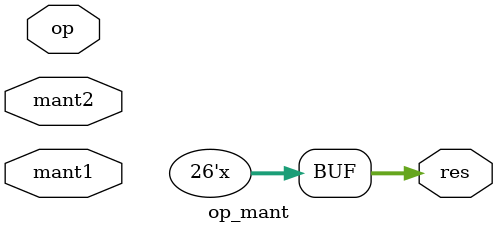
<source format=v>
`timescale 1ns / 1ps

module op_mant(
    input op,
    input [23:0] mant1,
    input [23:0] mant2,
    output reg [25:0] res
    );
    
    reg zero;
    reg [25:0] val;
    
    always @* begin
        if (op) begin
           val <= mant1 - mant2;
           if (val == 0)
            zero <= 1;
           else
            zero <= 0;
        end else begin
           val <= mant1 + mant2;
           if (val == 0)
            zero <= 1;
           else
            zero <= 0;
        end
        res <= { zero, val };
    end
endmodule

</source>
